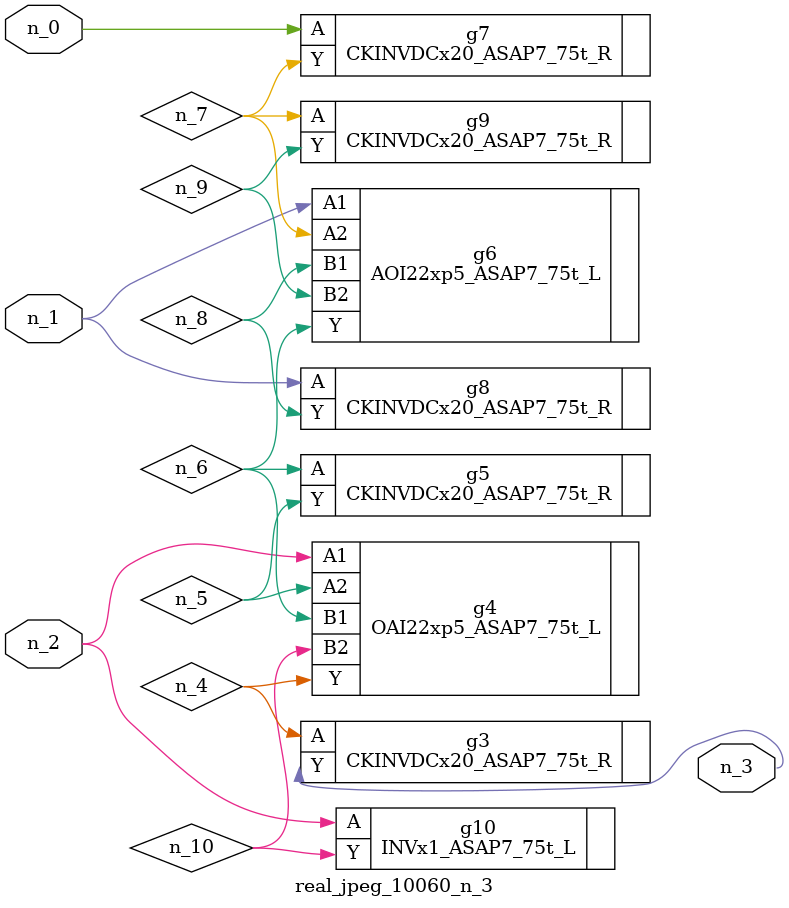
<source format=v>
module real_jpeg_10060_n_3 (n_1, n_0, n_2, n_3);

input n_1;
input n_0;
input n_2;

output n_3;

wire n_5;
wire n_8;
wire n_4;
wire n_6;
wire n_7;
wire n_10;
wire n_9;

CKINVDCx20_ASAP7_75t_R g7 ( 
.A(n_0),
.Y(n_7)
);

AOI22xp5_ASAP7_75t_L g6 ( 
.A1(n_1),
.A2(n_7),
.B1(n_8),
.B2(n_9),
.Y(n_6)
);

CKINVDCx20_ASAP7_75t_R g8 ( 
.A(n_1),
.Y(n_8)
);

OAI22xp5_ASAP7_75t_L g4 ( 
.A1(n_2),
.A2(n_5),
.B1(n_6),
.B2(n_10),
.Y(n_4)
);

INVx1_ASAP7_75t_L g10 ( 
.A(n_2),
.Y(n_10)
);

CKINVDCx20_ASAP7_75t_R g3 ( 
.A(n_4),
.Y(n_3)
);

CKINVDCx20_ASAP7_75t_R g5 ( 
.A(n_6),
.Y(n_5)
);

CKINVDCx20_ASAP7_75t_R g9 ( 
.A(n_7),
.Y(n_9)
);


endmodule
</source>
